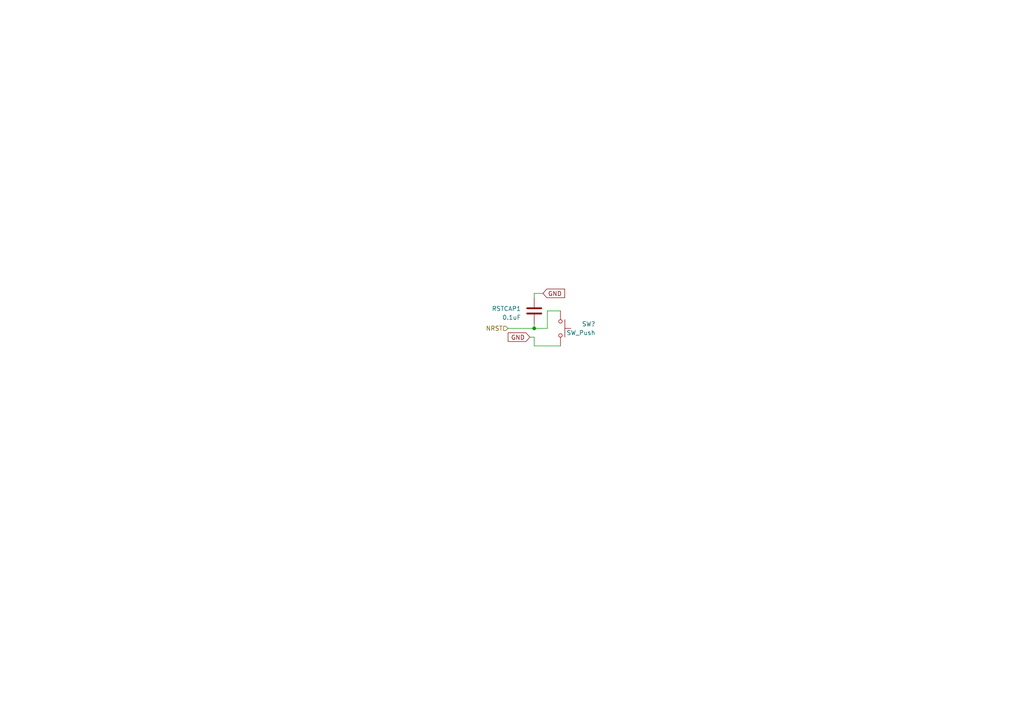
<source format=kicad_sch>
(kicad_sch (version 20230121) (generator eeschema)

  (uuid 3fb66116-3f48-4b9e-974d-0571aa121941)

  (paper "A4")

  (lib_symbols
    (symbol "Device:C" (pin_numbers hide) (pin_names (offset 0.254)) (in_bom yes) (on_board yes)
      (property "Reference" "C" (at 0.635 2.54 0)
        (effects (font (size 1.27 1.27)) (justify left))
      )
      (property "Value" "C" (at 0.635 -2.54 0)
        (effects (font (size 1.27 1.27)) (justify left))
      )
      (property "Footprint" "" (at 0.9652 -3.81 0)
        (effects (font (size 1.27 1.27)) hide)
      )
      (property "Datasheet" "~" (at 0 0 0)
        (effects (font (size 1.27 1.27)) hide)
      )
      (property "ki_keywords" "cap capacitor" (at 0 0 0)
        (effects (font (size 1.27 1.27)) hide)
      )
      (property "ki_description" "Unpolarized capacitor" (at 0 0 0)
        (effects (font (size 1.27 1.27)) hide)
      )
      (property "ki_fp_filters" "C_*" (at 0 0 0)
        (effects (font (size 1.27 1.27)) hide)
      )
      (symbol "C_0_1"
        (polyline
          (pts
            (xy -2.032 -0.762)
            (xy 2.032 -0.762)
          )
          (stroke (width 0.508) (type default))
          (fill (type none))
        )
        (polyline
          (pts
            (xy -2.032 0.762)
            (xy 2.032 0.762)
          )
          (stroke (width 0.508) (type default))
          (fill (type none))
        )
      )
      (symbol "C_1_1"
        (pin passive line (at 0 3.81 270) (length 2.794)
          (name "~" (effects (font (size 1.27 1.27))))
          (number "1" (effects (font (size 1.27 1.27))))
        )
        (pin passive line (at 0 -3.81 90) (length 2.794)
          (name "~" (effects (font (size 1.27 1.27))))
          (number "2" (effects (font (size 1.27 1.27))))
        )
      )
    )
    (symbol "Switch:SW_Push" (pin_numbers hide) (pin_names (offset 1.016) hide) (in_bom yes) (on_board yes)
      (property "Reference" "SW" (at 1.27 2.54 0)
        (effects (font (size 1.27 1.27)) (justify left))
      )
      (property "Value" "SW_Push" (at 0 -1.524 0)
        (effects (font (size 1.27 1.27)))
      )
      (property "Footprint" "" (at 0 5.08 0)
        (effects (font (size 1.27 1.27)) hide)
      )
      (property "Datasheet" "~" (at 0 5.08 0)
        (effects (font (size 1.27 1.27)) hide)
      )
      (property "ki_keywords" "switch normally-open pushbutton push-button" (at 0 0 0)
        (effects (font (size 1.27 1.27)) hide)
      )
      (property "ki_description" "Push button switch, generic, two pins" (at 0 0 0)
        (effects (font (size 1.27 1.27)) hide)
      )
      (symbol "SW_Push_0_1"
        (circle (center -2.032 0) (radius 0.508)
          (stroke (width 0) (type default))
          (fill (type none))
        )
        (polyline
          (pts
            (xy 0 1.27)
            (xy 0 3.048)
          )
          (stroke (width 0) (type default))
          (fill (type none))
        )
        (polyline
          (pts
            (xy 2.54 1.27)
            (xy -2.54 1.27)
          )
          (stroke (width 0) (type default))
          (fill (type none))
        )
        (circle (center 2.032 0) (radius 0.508)
          (stroke (width 0) (type default))
          (fill (type none))
        )
        (pin passive line (at -5.08 0 0) (length 2.54)
          (name "1" (effects (font (size 1.27 1.27))))
          (number "1" (effects (font (size 1.27 1.27))))
        )
        (pin passive line (at 5.08 0 180) (length 2.54)
          (name "2" (effects (font (size 1.27 1.27))))
          (number "2" (effects (font (size 1.27 1.27))))
        )
      )
    )
  )

  (junction (at 154.94 95.25) (diameter 0) (color 0 0 0 0)
    (uuid 90707df9-42a1-4522-a7a4-80c833737177)
  )

  (wire (pts (xy 154.94 100.33) (xy 162.56 100.33))
    (stroke (width 0) (type default))
    (uuid 00040dcb-fc34-4019-a12b-8b82778c4dd5)
  )
  (wire (pts (xy 154.94 93.98) (xy 154.94 95.25))
    (stroke (width 0) (type default))
    (uuid 13ba74fa-982a-4cdd-9f04-b2821571e21e)
  )
  (wire (pts (xy 153.67 97.79) (xy 154.94 97.79))
    (stroke (width 0) (type default))
    (uuid 23f760cc-344e-4e8a-ab1f-89d7129322dd)
  )
  (wire (pts (xy 158.75 95.25) (xy 154.94 95.25))
    (stroke (width 0) (type default))
    (uuid 371a94f8-9388-4ff1-ab0a-eede9f7ac9a7)
  )
  (wire (pts (xy 158.75 90.17) (xy 162.56 90.17))
    (stroke (width 0) (type default))
    (uuid 40fb5b6c-3d65-4bc2-a8a4-08c11f7fb294)
  )
  (wire (pts (xy 154.94 85.09) (xy 157.48 85.09))
    (stroke (width 0) (type default))
    (uuid 58daf75e-72b8-4bd2-baca-b4a1ea16f730)
  )
  (wire (pts (xy 154.94 97.79) (xy 154.94 100.33))
    (stroke (width 0) (type default))
    (uuid 6a1e4b84-de7b-49b3-aaf8-afd8c0aaa322)
  )
  (wire (pts (xy 154.94 95.25) (xy 147.32 95.25))
    (stroke (width 0) (type default))
    (uuid 711a3877-62b2-4361-a93b-a49e2674a066)
  )
  (wire (pts (xy 158.75 95.25) (xy 158.75 90.17))
    (stroke (width 0) (type default))
    (uuid 96021e38-9cdd-4344-b37a-db8e922855fc)
  )
  (wire (pts (xy 154.94 85.09) (xy 154.94 86.36))
    (stroke (width 0) (type default))
    (uuid cbe7b0f3-6730-40bb-ae7d-8cf4ca4eb528)
  )

  (global_label "GND" (shape input) (at 153.67 97.79 180) (fields_autoplaced)
    (effects (font (size 1.27 1.27)) (justify right))
    (uuid 5af79adb-5e03-40ee-959f-9a797067093f)
    (property "Intersheetrefs" "${INTERSHEET_REFS}" (at 146.8937 97.79 0)
      (effects (font (size 1.27 1.27)) (justify right) hide)
    )
  )
  (global_label "GND" (shape input) (at 157.48 85.09 0) (fields_autoplaced)
    (effects (font (size 1.27 1.27)) (justify left))
    (uuid 988813e7-bb70-4afd-bb45-91b23b7fae97)
    (property "Intersheetrefs" "${INTERSHEET_REFS}" (at 164.2563 85.09 0)
      (effects (font (size 1.27 1.27)) (justify left) hide)
    )
  )

  (hierarchical_label "NRST" (shape input) (at 147.32 95.25 180) (fields_autoplaced)
    (effects (font (size 1.27 1.27)) (justify right))
    (uuid f4611d01-f0a7-4d06-b52e-1875de038297)
  )

  (symbol (lib_id "Switch:SW_Push") (at 162.56 95.25 270) (unit 1)
    (in_bom yes) (on_board yes) (dnp no)
    (uuid 5970b18b-87b2-4b58-8da0-f890e00520b5)
    (property "Reference" "SW?" (at 172.72 93.98 90)
      (effects (font (size 1.27 1.27)) (justify right))
    )
    (property "Value" "SW_Push" (at 172.72 96.52 90)
      (effects (font (size 1.27 1.27)) (justify right))
    )
    (property "Footprint" "" (at 167.64 95.25 0)
      (effects (font (size 1.27 1.27)) hide)
    )
    (property "Datasheet" "~" (at 167.64 95.25 0)
      (effects (font (size 1.27 1.27)) hide)
    )
    (pin "1" (uuid e684deeb-050b-4ab3-a31f-1601fdacd5b9))
    (pin "2" (uuid fabd0db8-83a5-447c-a066-4a69680dfe35))
    (instances
      (project "BlackBoxBLSI"
        (path "/98ddc91a-caee-41b7-bd1d-3a5466cb9ed7"
          (reference "SW?") (unit 1)
        )
        (path "/98ddc91a-caee-41b7-bd1d-3a5466cb9ed7/850596fa-d761-46b0-a0ed-c41d27f1bb61"
          (reference "SW?") (unit 1)
        )
      )
    )
  )

  (symbol (lib_id "Device:C") (at 154.94 90.17 0) (mirror y) (unit 1)
    (in_bom yes) (on_board yes) (dnp no) (fields_autoplaced)
    (uuid 92ab77ee-ab2e-4983-b524-6d3d7823569a)
    (property "Reference" "RSTCAP1" (at 151.13 89.535 0)
      (effects (font (size 1.27 1.27)) (justify left))
    )
    (property "Value" "0.1uF" (at 151.13 92.075 0)
      (effects (font (size 1.27 1.27)) (justify left))
    )
    (property "Footprint" "Capacitor_SMD:C_0402_1005Metric" (at 153.9748 93.98 0)
      (effects (font (size 1.27 1.27)) hide)
    )
    (property "Datasheet" "https://jlcpcb.com/partdetail/1877-CL05B104KO5NNNC/C1525" (at 154.94 90.17 0)
      (effects (font (size 1.27 1.27)) hide)
    )
    (pin "1" (uuid e40476f2-34ee-44f5-b9a3-59b76646161c))
    (pin "2" (uuid 494e1403-1c39-4960-8032-9eaf776c8003))
    (instances
      (project "ORCAPCB"
        (path "/11a8506c-b6ad-45ac-a655-0503ff759050"
          (reference "RSTCAP1") (unit 1)
        )
      )
      (project "ORCASandboxBackup22224"
        (path "/5233321a-2b4a-4405-b908-5bf77ab12e0a"
          (reference "RSTCAP1") (unit 1)
        )
      )
      (project "BlackBoxBLSI"
        (path "/98ddc91a-caee-41b7-bd1d-3a5466cb9ed7"
          (reference "RSTCAP?") (unit 1)
        )
        (path "/98ddc91a-caee-41b7-bd1d-3a5466cb9ed7/850596fa-d761-46b0-a0ed-c41d27f1bb61"
          (reference "RSTCAP?") (unit 1)
        )
      )
    )
  )
)

</source>
